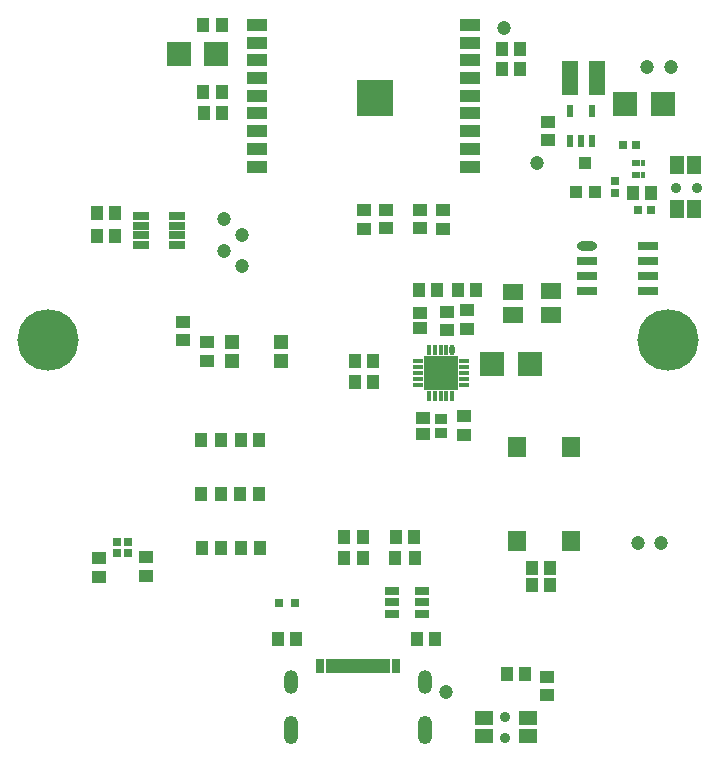
<source format=gts>
G04*
G04 #@! TF.GenerationSoftware,Altium Limited,Altium Designer,22.5.1 (42)*
G04*
G04 Layer_Color=8388736*
%FSLAX25Y25*%
%MOIN*%
G70*
G04*
G04 #@! TF.SameCoordinates,99E8522F-A59E-4A80-82A0-D8EFEBB404AF*
G04*
G04*
G04 #@! TF.FilePolarity,Negative*
G04*
G01*
G75*
%ADD19O,0.06706X0.03162*%
%ADD20R,0.06706X0.03162*%
%ADD21R,0.06509X0.05524*%
%ADD22R,0.03950X0.04343*%
%ADD23R,0.04540X0.04343*%
%ADD24R,0.11824X0.11824*%
%ADD25R,0.03556X0.01784*%
%ADD26R,0.01784X0.03556*%
%ADD27O,0.01784X0.03556*%
%ADD28R,0.04147X0.04737*%
%ADD29R,0.04737X0.04147*%
%ADD30R,0.04540X0.03950*%
%ADD31R,0.07887X0.08280*%
%ADD32R,0.04147X0.03556*%
%ADD33C,0.04737*%
%ADD34R,0.04343X0.04540*%
%ADD35R,0.01587X0.02178*%
%ADD36R,0.02572X0.02965*%
%ADD37R,0.02965X0.02572*%
%ADD38R,0.05131X0.06312*%
%ADD39R,0.06312X0.05131*%
%ADD40R,0.05524X0.03162*%
%ADD41R,0.03162X0.05131*%
%ADD42R,0.01981X0.05131*%
%ADD43R,0.06706X0.04343*%
%ADD44R,0.02375X0.03950*%
%ADD45R,0.03950X0.04540*%
%ADD46R,0.05524X0.11430*%
%ADD47R,0.02965X0.02965*%
%ADD48R,0.05918X0.06902*%
%ADD49R,0.05131X0.03162*%
%ADD50R,0.03162X0.02769*%
%ADD51R,0.05131X0.04737*%
%ADD52C,0.20485*%
%ADD53C,0.03556*%
%ADD54O,0.04737X0.09461*%
%ADD55O,0.04737X0.07887*%
%ADD56R,0.12217X0.12217*%
D19*
X76497Y167200D02*
D03*
D20*
Y162200D02*
D03*
Y157200D02*
D03*
Y152200D02*
D03*
X96576Y167200D02*
D03*
Y162200D02*
D03*
Y157200D02*
D03*
Y152200D02*
D03*
D21*
X64300Y144263D02*
D03*
Y152137D02*
D03*
X51600Y152037D02*
D03*
Y144163D02*
D03*
D22*
X75787Y194783D02*
D03*
X78937Y185138D02*
D03*
X72638D02*
D03*
D23*
X36443Y145900D02*
D03*
Y139601D02*
D03*
X35433Y110433D02*
D03*
Y104134D02*
D03*
X1969Y179331D02*
D03*
Y173031D02*
D03*
X28231Y179335D02*
D03*
Y173036D02*
D03*
X63246Y208733D02*
D03*
Y202433D02*
D03*
X-50212Y129028D02*
D03*
Y135327D02*
D03*
X-70771Y63474D02*
D03*
Y57174D02*
D03*
D24*
X27559Y125000D02*
D03*
D25*
X35236Y128937D02*
D03*
Y126969D02*
D03*
Y125000D02*
D03*
Y123031D02*
D03*
Y121063D02*
D03*
X19882D02*
D03*
Y123031D02*
D03*
Y125000D02*
D03*
Y126969D02*
D03*
Y128937D02*
D03*
D26*
X31496Y117323D02*
D03*
X29528D02*
D03*
X27559D02*
D03*
X25591D02*
D03*
X23622D02*
D03*
Y132677D02*
D03*
X25591D02*
D03*
X27559D02*
D03*
X29528D02*
D03*
D27*
X31496D02*
D03*
D28*
X39370Y152559D02*
D03*
X33268D02*
D03*
X26378D02*
D03*
X20276D02*
D03*
X5020Y128937D02*
D03*
X-1083D02*
D03*
X5020Y122047D02*
D03*
X-1083D02*
D03*
X18799Y70153D02*
D03*
X12697D02*
D03*
X64075Y54134D02*
D03*
X57972D02*
D03*
X-4476Y70153D02*
D03*
X1626D02*
D03*
X-38900Y66710D02*
D03*
X-32798D02*
D03*
X-45295Y211634D02*
D03*
X-51397D02*
D03*
X-20571Y36417D02*
D03*
X-26673D02*
D03*
X19587D02*
D03*
X25689D02*
D03*
X-39000Y102527D02*
D03*
X-32898D02*
D03*
X-39140Y84623D02*
D03*
X-33037D02*
D03*
X47937Y232927D02*
D03*
X54039D02*
D03*
X54151Y226127D02*
D03*
X48048D02*
D03*
D29*
X29569Y139290D02*
D03*
Y145392D02*
D03*
X62992Y17618D02*
D03*
Y23720D02*
D03*
X-58385Y142064D02*
D03*
Y135962D02*
D03*
X20733Y173134D02*
D03*
Y179237D02*
D03*
X9389Y173134D02*
D03*
Y179237D02*
D03*
X-86449Y57076D02*
D03*
Y63178D02*
D03*
D30*
X21654Y109843D02*
D03*
Y104724D02*
D03*
X20711Y139782D02*
D03*
Y144900D02*
D03*
D31*
X57399Y127963D02*
D03*
X44800D02*
D03*
X-59763Y231227D02*
D03*
X-47165D02*
D03*
X89173Y214567D02*
D03*
X101772D02*
D03*
D32*
X27559Y109744D02*
D03*
Y104823D02*
D03*
D33*
X29528Y18701D02*
D03*
X104333Y226839D02*
D03*
X93504Y68378D02*
D03*
X48851Y240033D02*
D03*
X101063Y68378D02*
D03*
X96212Y226839D02*
D03*
X59685Y194927D02*
D03*
X-38700Y160667D02*
D03*
X-38726Y171076D02*
D03*
X-44505Y176295D02*
D03*
X-44673Y165588D02*
D03*
D34*
X97835Y185039D02*
D03*
X91535D02*
D03*
X-51692Y240982D02*
D03*
X-45393D02*
D03*
X-51692Y218541D02*
D03*
X-45393D02*
D03*
X-80826Y178383D02*
D03*
X-87126D02*
D03*
X-80826Y170509D02*
D03*
X-87126D02*
D03*
X55835Y24581D02*
D03*
X49536D02*
D03*
X57874Y60039D02*
D03*
X64173D02*
D03*
D35*
X92126Y194783D02*
D03*
X93504D02*
D03*
X94882D02*
D03*
Y191043D02*
D03*
X93504D02*
D03*
X92126D02*
D03*
D36*
X92618Y200787D02*
D03*
X88484D02*
D03*
X97539Y179134D02*
D03*
X93405D02*
D03*
D37*
X85630Y184941D02*
D03*
Y189075D02*
D03*
D38*
X112169Y194168D02*
D03*
Y179601D02*
D03*
X106264D02*
D03*
Y194168D02*
D03*
D39*
X56626Y3974D02*
D03*
X42059D02*
D03*
Y9879D02*
D03*
X56626D02*
D03*
D40*
X-72165Y177202D02*
D03*
Y174052D02*
D03*
Y170903D02*
D03*
Y167753D02*
D03*
X-60354D02*
D03*
Y170903D02*
D03*
Y174052D02*
D03*
Y177202D02*
D03*
D41*
X12599Y27104D02*
D03*
X9449D02*
D03*
X-9448D02*
D03*
X-12598D02*
D03*
D42*
X4922D02*
D03*
X2953D02*
D03*
X985D02*
D03*
X-984D02*
D03*
X-2952D02*
D03*
X-4921D02*
D03*
X-6889D02*
D03*
X6890D02*
D03*
D43*
X37230Y193737D02*
D03*
Y199643D02*
D03*
Y205549D02*
D03*
Y211454D02*
D03*
Y217359D02*
D03*
Y223265D02*
D03*
Y229170D02*
D03*
Y235076D02*
D03*
Y240982D02*
D03*
X-33636Y193737D02*
D03*
Y199643D02*
D03*
Y205549D02*
D03*
Y211454D02*
D03*
Y217359D02*
D03*
Y223265D02*
D03*
Y229170D02*
D03*
Y235076D02*
D03*
Y240982D02*
D03*
D44*
X70546Y202143D02*
D03*
X74287D02*
D03*
X78027D02*
D03*
Y212183D02*
D03*
X70546D02*
D03*
D45*
X18911Y63247D02*
D03*
X12415D02*
D03*
X1826D02*
D03*
X-4670D02*
D03*
X-45652Y102537D02*
D03*
X-52148D02*
D03*
X-51993Y66710D02*
D03*
X-45497D02*
D03*
X-52148Y84624D02*
D03*
X-45652D02*
D03*
D46*
X79615Y223300D02*
D03*
X70560D02*
D03*
D47*
X-80440Y64848D02*
D03*
X-76699D02*
D03*
Y68588D02*
D03*
X-80440D02*
D03*
D48*
X70909Y100375D02*
D03*
Y68879D02*
D03*
X53193Y100375D02*
D03*
Y68879D02*
D03*
D49*
X11496Y52202D02*
D03*
Y48462D02*
D03*
Y44722D02*
D03*
X21339D02*
D03*
Y48462D02*
D03*
Y52202D02*
D03*
D50*
X-21024Y48228D02*
D03*
X-26221D02*
D03*
D51*
X-41920Y135277D02*
D03*
Y128978D02*
D03*
X-25778D02*
D03*
Y135277D02*
D03*
D52*
X103347Y135827D02*
D03*
X-103347D02*
D03*
D53*
X112957Y186688D02*
D03*
X105870D02*
D03*
X49146Y3186D02*
D03*
Y10273D02*
D03*
D54*
X-22441Y6041D02*
D03*
X22441D02*
D03*
D55*
X-22441Y21789D02*
D03*
X22441D02*
D03*
D56*
X5576Y216572D02*
D03*
M02*

</source>
